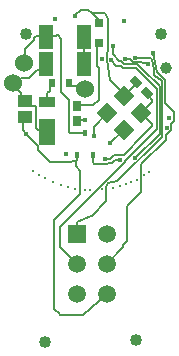
<source format=gbl>
G04*
G04 #@! TF.GenerationSoftware,Altium Limited,Altium Designer,21.7.2 (23)*
G04*
G04 Layer_Physical_Order=4*
G04 Layer_Color=16711680*
%FSLAX25Y25*%
%MOIN*%
G70*
G04*
G04 #@! TF.SameCoordinates,2A64222C-FEAE-4017-A15E-55E8C78AA572*
G04*
G04*
G04 #@! TF.FilePolarity,Positive*
G04*
G01*
G75*
%ADD26R,0.02362X0.03150*%
%ADD44C,0.00787*%
%ADD45C,0.00600*%
%ADD49C,0.04000*%
%ADD50C,0.03937*%
%ADD51C,0.06000*%
%ADD52C,0.05906*%
%ADD53R,0.05906X0.05906*%
%ADD54C,0.01575*%
%ADD63R,0.02756X0.03543*%
%ADD64R,0.01772X0.02165*%
%ADD65R,0.03150X0.03150*%
%ADD66P,0.07238X4X270.0*%
G04:AMPARAMS|DCode=67|XSize=27.56mil|YSize=35.43mil|CornerRadius=0mil|HoleSize=0mil|Usage=FLASHONLY|Rotation=45.000|XOffset=0mil|YOffset=0mil|HoleType=Round|Shape=Rectangle|*
%AMROTATEDRECTD67*
4,1,4,0.00278,-0.02227,-0.02227,0.00278,-0.00278,0.02227,0.02227,-0.00278,0.00278,-0.02227,0.0*
%
%ADD67ROTATEDRECTD67*%

%ADD68R,0.05512X0.03543*%
%ADD69R,0.05512X0.08661*%
%ADD70R,0.04724X0.07874*%
%ADD71R,0.05000X0.04000*%
D26*
X-13383Y2165D02*
D03*
X-7871D02*
D03*
D44*
X14825Y-29941D02*
D03*
X12920Y-30758D02*
D03*
X-19841Y-27082D02*
D03*
X18931Y-27488D02*
D03*
X17369Y-28502D02*
D03*
X11164Y-31424D02*
D03*
X9289Y-32029D02*
D03*
X6880Y-32681D02*
D03*
X3391Y-33168D02*
D03*
X-630Y-33373D02*
D03*
X-2476Y-33311D02*
D03*
X-5614Y-32925D02*
D03*
X-7955Y-32446D02*
D03*
X-10589Y-31674D02*
D03*
X-13062Y-30717D02*
D03*
X-15798Y-29516D02*
D03*
X-17877Y-28269D02*
D03*
D45*
X-19728Y16292D02*
G03*
X-19556Y16714I-427J421D01*
G01*
X20527Y6340D02*
G03*
X20468Y5933I528J-284D01*
G01*
X23237Y2823D02*
G03*
X22977Y3202I-587J-125D01*
G01*
X21585Y5850D02*
G03*
X21749Y5538I590J111D01*
G01*
X23286Y2531D02*
G03*
X23273Y2657I-600J0D01*
G01*
X20950Y4517D02*
G03*
X20949Y4517I-326J-503D01*
G01*
X23110Y-15586D02*
G03*
X23286Y-15161I-424J424D01*
G01*
X24282Y2756D02*
G03*
X24108Y3179I-600J0D01*
G01*
X19835Y10273D02*
G03*
X19236Y10748I-587J-125D01*
G01*
X20527Y6340D02*
G03*
X20585Y6751I-529J284D01*
G01*
X15690Y9360D02*
G03*
X16005Y9197I422J427D01*
G01*
X20690Y4892D02*
G03*
X20947Y4519I586J128D01*
G01*
X5296Y-30991D02*
G03*
X4804Y-31539I106J-591D01*
G01*
X4721Y-32704D02*
G03*
X4720Y-32741I599J-40D01*
G01*
X4525Y-36973D02*
G03*
X4683Y-36575I-442J406D01*
G01*
X-369Y-42193D02*
G03*
X-126Y-42033I-199J566D01*
G01*
X4649Y25068D02*
G03*
X4086Y25481I-570J-187D01*
G01*
X5175Y23334D02*
G03*
X5147Y23522I-600J4D01*
G01*
X5073Y15313D02*
G03*
X5073Y15314I-600J8D01*
G01*
X5073Y15308D02*
G03*
X5073Y15313I-600J13D01*
G01*
X4935Y10057D02*
G03*
X4941Y9951I600J-18D01*
G01*
X11827Y-38483D02*
G03*
X11654Y-38901I427J-421D01*
G01*
X16114Y-34196D02*
G03*
X16287Y-33775I-427J421D01*
G01*
X9662Y9520D02*
G03*
X9250Y9694I-423J-426D01*
G01*
X-22508Y13512D02*
X-19728Y16292D01*
X-22735Y8809D02*
X-22508Y9036D01*
Y13512D01*
X-19556Y16714D02*
Y17354D01*
X-5509Y-25378D02*
Y-23752D01*
X-3999Y-34655D02*
Y-26887D01*
X-5509Y-25378D02*
X-3999Y-26887D01*
X-12739Y-43394D02*
X-3999Y-34655D01*
X-12739Y-73054D02*
Y-43394D01*
Y-73054D02*
X-10941Y-74852D01*
Y-75183D02*
X-2947D01*
X-10941D02*
Y-74852D01*
X-10872Y-52285D02*
Y-45682D01*
X10859Y-23950D01*
Y-23810D01*
X-10872Y-52285D02*
X-5222Y-57935D01*
X10859Y-23810D02*
X21476Y-13193D01*
X-2947Y-75183D02*
X4778Y-67935D01*
X20950Y4517D02*
X22977Y3202D01*
X23286Y-15161D02*
Y2531D01*
X20527Y6340D02*
X20527Y6340D01*
X20468Y5933D02*
X20690Y4892D01*
X23237Y2823D02*
X23273Y2657D01*
X20353Y12361D02*
X21584Y5850D01*
X8214Y-30482D02*
X23110Y-15586D01*
X20947Y4519D02*
X20949Y4517D01*
X22398Y-14658D02*
Y1127D01*
X16854Y6671D02*
X22398Y1127D01*
X15018Y8506D02*
X16854Y6671D01*
X14344Y-22711D02*
X22398Y-14658D01*
X14508Y7320D02*
X21476Y352D01*
X10170Y7320D02*
X14508D01*
X21476Y-13193D02*
Y352D01*
X24282Y-4517D02*
Y2756D01*
X21749Y5538D02*
X24108Y3179D01*
X19236Y10748D02*
X19236Y10748D01*
X14306Y10648D02*
X19236Y10748D01*
X19835Y10273D02*
X20585Y6751D01*
X16005Y9197D02*
X18670Y8714D01*
X15636Y9415D02*
X15690Y9360D01*
X5296Y-30991D02*
X5300Y-30991D01*
X4721Y-32702D02*
X4804Y-31539D01*
X4721Y-32704D02*
X4721Y-32702D01*
X4683Y-36572D02*
X4720Y-32741D01*
X4683Y-36575D02*
X4683Y-36572D01*
X-126Y-42033D02*
X4525Y-36973D01*
X24282Y-4517D02*
X27196Y-7431D01*
X-26186Y1531D02*
X-23747Y3970D01*
X-20951D01*
X-26328Y1531D02*
X-26186D01*
X10602Y-2204D02*
Y-1496D01*
X5989Y3118D02*
X6128Y2979D01*
X4942Y9948D02*
X5959Y3312D01*
X5989Y3118D01*
X6128Y2979D02*
X10602Y-1496D01*
X-174Y25537D02*
X2189Y23174D01*
X-1402Y26765D02*
X-174Y25537D01*
X4649Y25068D02*
X4650Y25065D01*
X5175Y23330D02*
X5175Y23334D01*
X5073Y15314D02*
X5175Y23330D01*
X5073Y15313D02*
X5073Y15314D01*
X5073Y15306D02*
X5073Y15308D01*
X4935Y10057D02*
X5073Y15306D01*
X4941Y9951D02*
X4942Y9948D01*
X-174Y25537D02*
X4086Y25481D01*
X4650Y25065D02*
X5147Y23522D01*
X2218Y-3297D02*
Y7374D01*
X1690Y7903D02*
Y15190D01*
Y7903D02*
X2218Y7374D01*
X322Y-5194D02*
X2218Y-3297D01*
X1690Y15190D02*
X2189Y15689D01*
X13467Y9415D02*
X15636D01*
X10264Y8924D02*
X10681Y8506D01*
X15018D01*
X9420Y8071D02*
X10170Y7320D01*
X16170Y-7772D02*
X20024Y-3918D01*
Y-3325D01*
X16287Y-24852D02*
X24567Y-16571D01*
Y-14997D01*
X26255Y-13310D01*
Y-11316D02*
X27196Y-10374D01*
Y-7431D01*
X26255Y-13310D02*
Y-11316D01*
X12715Y10168D02*
X13467Y9415D01*
X11028Y10284D02*
X11144Y10168D01*
X12715D01*
X6033Y-17872D02*
X10565Y-13340D01*
X10602D01*
X6240Y9869D02*
X8038Y8071D01*
X9420D01*
X-1651Y190D02*
X-1376D01*
X-3806Y224D02*
X-2620D01*
X-1651Y190D02*
X-1461Y0D01*
X-2588Y1127D02*
X-1651Y190D01*
X-23163Y-13463D02*
Y-10744D01*
X-18006Y-20124D02*
Y-18727D01*
Y-20124D02*
X-14175Y-23956D01*
X-22023Y-14710D02*
X-18006Y-18727D01*
X-22023Y-14710D02*
Y-14603D01*
X-23163Y-13463D02*
X-22023Y-14603D01*
X-19124Y-5404D02*
X-18773Y-5755D01*
X-23730Y-5404D02*
X-19124D01*
X-18773Y-12800D02*
Y-5755D01*
Y-12800D02*
X-18248Y-13325D01*
X-23840Y-5294D02*
X-23730Y-5404D01*
X-26328Y1489D02*
X-23840Y-999D01*
X-26328Y1489D02*
Y1531D01*
X-23840Y-5294D02*
Y-999D01*
X-5696Y24817D02*
X-3748Y26765D01*
X-18360Y6562D02*
X-17426D01*
X-20951Y3970D02*
X-18360Y6562D01*
X-5222Y-43918D02*
X-369Y-42193D01*
X5300Y-30991D02*
X8214Y-30482D01*
X8214D01*
X-5222Y-47935D02*
Y-43918D01*
X11827Y-38483D02*
X16114Y-34196D01*
X16287Y-33775D02*
Y-24852D01*
X11654Y-50262D02*
Y-38901D01*
X9662Y9520D02*
X10264Y8924D01*
X9245Y9695D02*
X9250Y9694D01*
X8996Y9695D02*
X9245D01*
X-14964Y-4024D02*
Y-1181D01*
X-14264Y1284D02*
X-13383Y2165D01*
X-14264Y-481D02*
Y1284D01*
X-14964Y-1181D02*
X-14264Y-481D01*
X-5161Y-5194D02*
X322D01*
X-5211Y-5244D02*
X-5161Y-5194D01*
X-10391Y-835D02*
Y17102D01*
X-11992Y18149D02*
X-11439D01*
X-10391Y-835D02*
X-7800Y-3427D01*
Y-14166D02*
Y-3427D01*
X-12051Y18090D02*
X-11992Y18149D01*
X-11439D02*
X-10391Y17102D01*
X-7228Y1127D02*
X-2588D01*
X-8019Y1918D02*
X-7228Y1127D01*
X-4992Y-10143D02*
X-2290D01*
X-5211Y-10362D02*
X-4992Y-10143D01*
X-18820Y18090D02*
X-12051D01*
X-7800Y-14166D02*
X-7448Y-14517D01*
X-2429D01*
X-14175Y-23956D02*
X-7089D01*
X-5509Y-23752D02*
X-5158Y-23401D01*
Y-21970D01*
X-6885Y-23752D02*
X-5509D01*
X-7089Y-23956D02*
X-6885Y-23752D01*
X-5158Y-21970D02*
X-4988Y-21801D01*
X130Y-24060D02*
Y-21801D01*
Y-24060D02*
X652Y-24581D01*
X5080Y-24464D02*
X6496D01*
X4963Y-24581D02*
X5080Y-24464D01*
X652Y-24581D02*
X4963D01*
X4264Y-22894D02*
X6043D01*
X7373Y-21564D01*
X6496Y-24464D02*
X7521Y-23438D01*
X8985D02*
X9172Y-23252D01*
X7521Y-23438D02*
X8985D01*
X7373Y-21564D02*
X10447D01*
X-5826Y-4630D02*
X-5211Y-5244D01*
X-2290Y-10143D02*
Y-10137D01*
X-3748Y26765D02*
X-1402D01*
X2189Y22186D02*
Y23174D01*
X10447Y-21564D02*
X16855Y-15156D01*
X6780Y11911D02*
Y14453D01*
Y11911D02*
X8996Y9695D01*
X-15363Y8624D02*
Y9069D01*
X-17426Y6562D02*
X-15363Y8624D01*
X-2715Y9119D02*
Y18090D01*
X-2765Y9069D02*
X-2715Y9119D01*
X-19556Y17354D02*
X-18820Y18090D01*
X-15702Y-13325D02*
X-14964Y-14064D01*
X-18248Y-13325D02*
X-15702D01*
X16855Y-15156D02*
X19915Y-12096D01*
X16170Y-7772D02*
X19915Y-11517D01*
Y-12096D02*
Y-11517D01*
X16170Y-7772D02*
Y-7772D01*
X16855Y-15156D02*
Y-15156D01*
X18225Y-1799D02*
X18497D01*
X20024Y-3325D01*
X10602Y-2204D02*
Y-2184D01*
X14606Y1820D01*
X487Y-12319D02*
X5035Y-7772D01*
X487Y-15521D02*
Y-12319D01*
X5035Y-7772D02*
Y-7772D01*
X10311Y-51605D02*
X11654Y-50262D01*
X10311Y-52403D02*
Y-51605D01*
X4778Y-57935D02*
X10311Y-52403D01*
D49*
X22832Y18474D02*
D03*
X-22249Y18542D02*
D03*
X-15896Y-83889D02*
D03*
X14552Y-83363D02*
D03*
D50*
X24671Y7347D02*
D03*
D51*
X-26351Y2229D02*
D03*
X-2345Y224D02*
D03*
X-22735Y8809D02*
D03*
D52*
X4778Y-67935D02*
D03*
X-5222D02*
D03*
X4778Y-57935D02*
D03*
X-5222D02*
D03*
X4778Y-47935D02*
D03*
D53*
X-5222D02*
D03*
D54*
X-12489Y23575D02*
D03*
X24962Y-12573D02*
D03*
X-5688Y24549D02*
D03*
X20353Y12361D02*
D03*
X18670Y8714D02*
D03*
X3277Y10214D02*
D03*
X14306Y10648D02*
D03*
X11028Y10284D02*
D03*
X25632Y-9237D02*
D03*
X6033Y-17872D02*
D03*
X6240Y9869D02*
D03*
X10588Y23058D02*
D03*
X-22023Y-14710D02*
D03*
X14344Y-22711D02*
D03*
X4264Y-22894D02*
D03*
X-2290Y-10143D02*
D03*
X9172Y-23252D02*
D03*
X6780Y14453D02*
D03*
X487Y-15521D02*
D03*
X-8839Y-21425D02*
D03*
D63*
X-5211Y-10362D02*
D03*
Y-5244D02*
D03*
D64*
X130Y-21801D02*
D03*
X-4988D02*
D03*
X-2429Y-14517D02*
D03*
D65*
X2189Y22186D02*
D03*
Y15689D02*
D03*
D66*
X10602Y-13340D02*
D03*
X5035Y-7772D02*
D03*
X16170D02*
D03*
X10602Y-2204D02*
D03*
D67*
X14532Y2477D02*
D03*
X18151Y-1142D02*
D03*
D68*
X-14964Y-4024D02*
D03*
D69*
Y-14064D02*
D03*
D70*
X-15331Y17623D02*
D03*
X-2732D02*
D03*
X-2688Y8663D02*
D03*
X-15286D02*
D03*
D71*
X-22434Y-9154D02*
D03*
Y-3854D02*
D03*
M02*

</source>
